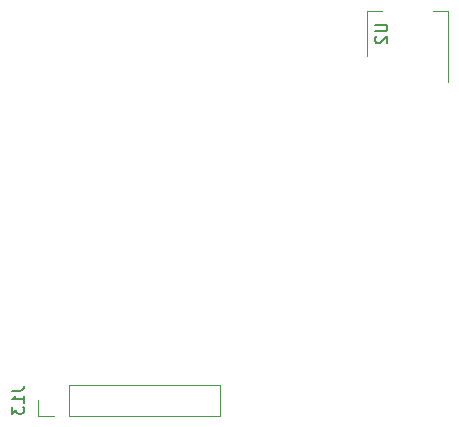
<source format=gbr>
%TF.GenerationSoftware,KiCad,Pcbnew,7.0.2*%
%TF.CreationDate,2023-07-14T13:18:19-03:00*%
%TF.ProjectId,HM_CENTRAL-02,484d5f43-454e-4545-9241-4c2d30322e6b,rev?*%
%TF.SameCoordinates,Original*%
%TF.FileFunction,Legend,Bot*%
%TF.FilePolarity,Positive*%
%FSLAX46Y46*%
G04 Gerber Fmt 4.6, Leading zero omitted, Abs format (unit mm)*
G04 Created by KiCad (PCBNEW 7.0.2) date 2023-07-14 13:18:19*
%MOMM*%
%LPD*%
G01*
G04 APERTURE LIST*
%ADD10C,0.150000*%
%ADD11C,0.120000*%
G04 APERTURE END LIST*
D10*
%TO.C,U2*%
X110592619Y-41408095D02*
X111402142Y-41408095D01*
X111402142Y-41408095D02*
X111497380Y-41455714D01*
X111497380Y-41455714D02*
X111545000Y-41503333D01*
X111545000Y-41503333D02*
X111592619Y-41598571D01*
X111592619Y-41598571D02*
X111592619Y-41789047D01*
X111592619Y-41789047D02*
X111545000Y-41884285D01*
X111545000Y-41884285D02*
X111497380Y-41931904D01*
X111497380Y-41931904D02*
X111402142Y-41979523D01*
X111402142Y-41979523D02*
X110592619Y-41979523D01*
X110687857Y-42408095D02*
X110640238Y-42455714D01*
X110640238Y-42455714D02*
X110592619Y-42550952D01*
X110592619Y-42550952D02*
X110592619Y-42789047D01*
X110592619Y-42789047D02*
X110640238Y-42884285D01*
X110640238Y-42884285D02*
X110687857Y-42931904D01*
X110687857Y-42931904D02*
X110783095Y-42979523D01*
X110783095Y-42979523D02*
X110878333Y-42979523D01*
X110878333Y-42979523D02*
X111021190Y-42931904D01*
X111021190Y-42931904D02*
X111592619Y-42360476D01*
X111592619Y-42360476D02*
X111592619Y-42979523D01*
%TO.C,J13*%
X79822619Y-72420476D02*
X80536904Y-72420476D01*
X80536904Y-72420476D02*
X80679761Y-72372857D01*
X80679761Y-72372857D02*
X80775000Y-72277619D01*
X80775000Y-72277619D02*
X80822619Y-72134762D01*
X80822619Y-72134762D02*
X80822619Y-72039524D01*
X80822619Y-73420476D02*
X80822619Y-72849048D01*
X80822619Y-73134762D02*
X79822619Y-73134762D01*
X79822619Y-73134762D02*
X79965476Y-73039524D01*
X79965476Y-73039524D02*
X80060714Y-72944286D01*
X80060714Y-72944286D02*
X80108333Y-72849048D01*
X79822619Y-73753810D02*
X79822619Y-74372857D01*
X79822619Y-74372857D02*
X80203571Y-74039524D01*
X80203571Y-74039524D02*
X80203571Y-74182381D01*
X80203571Y-74182381D02*
X80251190Y-74277619D01*
X80251190Y-74277619D02*
X80298809Y-74325238D01*
X80298809Y-74325238D02*
X80394047Y-74372857D01*
X80394047Y-74372857D02*
X80632142Y-74372857D01*
X80632142Y-74372857D02*
X80727380Y-74325238D01*
X80727380Y-74325238D02*
X80775000Y-74277619D01*
X80775000Y-74277619D02*
X80822619Y-74182381D01*
X80822619Y-74182381D02*
X80822619Y-73896667D01*
X80822619Y-73896667D02*
X80775000Y-73801429D01*
X80775000Y-73801429D02*
X80727380Y-73753810D01*
D11*
%TO.C,U2*%
X116740000Y-46270000D02*
X116740000Y-40260000D01*
X109920000Y-44020000D02*
X109920000Y-40260000D01*
X109920000Y-40260000D02*
X111180000Y-40260000D01*
X116740000Y-40260000D02*
X115480000Y-40260000D01*
%TO.C,J13*%
X97440000Y-71890000D02*
X97440000Y-74550000D01*
X84680000Y-71890000D02*
X97440000Y-71890000D01*
X84680000Y-71890000D02*
X84680000Y-74550000D01*
X82080000Y-73220000D02*
X82080000Y-74550000D01*
X84680000Y-74550000D02*
X97440000Y-74550000D01*
X82080000Y-74550000D02*
X83410000Y-74550000D01*
%TD*%
M02*

</source>
